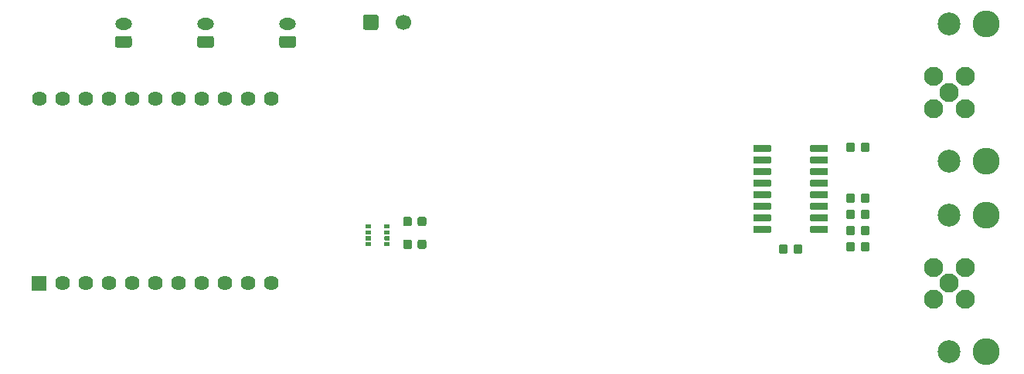
<source format=gts>
G04 #@! TF.GenerationSoftware,KiCad,Pcbnew,5.1.8-5.fc33*
G04 #@! TF.CreationDate,2020-12-26T17:09:15+01:00*
G04 #@! TF.ProjectId,mini-beieli-pcb-cubecell,6d696e69-2d62-4656-9965-6c692d706362,rev?*
G04 #@! TF.SameCoordinates,Original*
G04 #@! TF.FileFunction,Soldermask,Top*
G04 #@! TF.FilePolarity,Negative*
%FSLAX46Y46*%
G04 Gerber Fmt 4.6, Leading zero omitted, Abs format (unit mm)*
G04 Created by KiCad (PCBNEW 5.1.8-5.fc33) date 2020-12-26 17:09:15*
%MOMM*%
%LPD*%
G01*
G04 APERTURE LIST*
%ADD10O,1.850000X1.300000*%
%ADD11C,1.700000*%
%ADD12C,1.624000*%
%ADD13C,2.950000*%
%ADD14C,2.500000*%
%ADD15C,2.100000*%
G04 APERTURE END LIST*
D10*
X60000000Y-39000000D03*
G36*
G01*
X60654168Y-41650000D02*
X59345832Y-41650000D01*
G75*
G02*
X59075000Y-41379168I0J270832D01*
G01*
X59075000Y-40620832D01*
G75*
G02*
X59345832Y-40350000I270832J0D01*
G01*
X60654168Y-40350000D01*
G75*
G02*
X60925000Y-40620832I0J-270832D01*
G01*
X60925000Y-41379168D01*
G75*
G02*
X60654168Y-41650000I-270832J0D01*
G01*
G37*
X78000000Y-39000000D03*
G36*
G01*
X78654168Y-41650000D02*
X77345832Y-41650000D01*
G75*
G02*
X77075000Y-41379168I0J270832D01*
G01*
X77075000Y-40620832D01*
G75*
G02*
X77345832Y-40350000I270832J0D01*
G01*
X78654168Y-40350000D01*
G75*
G02*
X78925000Y-40620832I0J-270832D01*
G01*
X78925000Y-41379168D01*
G75*
G02*
X78654168Y-41650000I-270832J0D01*
G01*
G37*
G36*
G01*
X86250000Y-39439375D02*
X86250000Y-38270625D01*
G75*
G02*
X86515625Y-38005000I265625J0D01*
G01*
X87684375Y-38005000D01*
G75*
G02*
X87950000Y-38270625I0J-265625D01*
G01*
X87950000Y-39439375D01*
G75*
G02*
X87684375Y-39705000I-265625J0D01*
G01*
X86515625Y-39705000D01*
G75*
G02*
X86250000Y-39439375I0J265625D01*
G01*
G37*
D11*
X90700000Y-38855000D03*
D12*
X76178000Y-47215000D03*
X73638000Y-47215000D03*
X71098000Y-47215000D03*
X68558000Y-47215000D03*
X66018000Y-47215000D03*
X63478000Y-47215000D03*
X60938000Y-47215000D03*
X58398000Y-47215000D03*
X55858000Y-47215000D03*
X53318000Y-47215000D03*
X50778000Y-47215000D03*
X76178000Y-67515000D03*
X73638000Y-67515000D03*
X71098000Y-67515000D03*
X68558000Y-67515000D03*
X66018000Y-67515000D03*
X63478000Y-67515000D03*
X60938000Y-67515000D03*
X58398000Y-67495000D03*
X55858000Y-67495000D03*
X53318000Y-67495000D03*
G36*
G01*
X51540000Y-68307000D02*
X50016000Y-68307000D01*
G75*
G02*
X49966000Y-68257000I0J50000D01*
G01*
X49966000Y-66733000D01*
G75*
G02*
X50016000Y-66683000I50000J0D01*
G01*
X51540000Y-66683000D01*
G75*
G02*
X51590000Y-66733000I0J-50000D01*
G01*
X51590000Y-68257000D01*
G75*
G02*
X51540000Y-68307000I-50000J0D01*
G01*
G37*
D13*
X154495000Y-75015000D03*
D14*
X150495000Y-75015000D03*
D13*
X154495000Y-60015000D03*
D14*
X150495000Y-60015000D03*
D15*
X150495000Y-67515000D03*
X152265000Y-65745000D03*
X152265000Y-69285000D03*
X148725000Y-65745000D03*
X148725000Y-69285000D03*
G36*
G01*
X89177000Y-61096000D02*
X89177000Y-61446000D01*
G75*
G02*
X89127000Y-61496000I-50000J0D01*
G01*
X88627000Y-61496000D01*
G75*
G02*
X88577000Y-61446000I0J50000D01*
G01*
X88577000Y-61096000D01*
G75*
G02*
X88627000Y-61046000I50000J0D01*
G01*
X89127000Y-61046000D01*
G75*
G02*
X89177000Y-61096000I0J-50000D01*
G01*
G37*
G36*
G01*
X89177000Y-61746000D02*
X89177000Y-62096000D01*
G75*
G02*
X89127000Y-62146000I-50000J0D01*
G01*
X88627000Y-62146000D01*
G75*
G02*
X88577000Y-62096000I0J50000D01*
G01*
X88577000Y-61746000D01*
G75*
G02*
X88627000Y-61696000I50000J0D01*
G01*
X89127000Y-61696000D01*
G75*
G02*
X89177000Y-61746000I0J-50000D01*
G01*
G37*
G36*
G01*
X89177000Y-62396000D02*
X89177000Y-62746000D01*
G75*
G02*
X89127000Y-62796000I-50000J0D01*
G01*
X88627000Y-62796000D01*
G75*
G02*
X88577000Y-62746000I0J50000D01*
G01*
X88577000Y-62396000D01*
G75*
G02*
X88627000Y-62346000I50000J0D01*
G01*
X89127000Y-62346000D01*
G75*
G02*
X89177000Y-62396000I0J-50000D01*
G01*
G37*
G36*
G01*
X89177000Y-63046000D02*
X89177000Y-63396000D01*
G75*
G02*
X89127000Y-63446000I-50000J0D01*
G01*
X88627000Y-63446000D01*
G75*
G02*
X88577000Y-63396000I0J50000D01*
G01*
X88577000Y-63046000D01*
G75*
G02*
X88627000Y-62996000I50000J0D01*
G01*
X89127000Y-62996000D01*
G75*
G02*
X89177000Y-63046000I0J-50000D01*
G01*
G37*
G36*
G01*
X87127000Y-63046000D02*
X87127000Y-63396000D01*
G75*
G02*
X87077000Y-63446000I-50000J0D01*
G01*
X86577000Y-63446000D01*
G75*
G02*
X86527000Y-63396000I0J50000D01*
G01*
X86527000Y-63046000D01*
G75*
G02*
X86577000Y-62996000I50000J0D01*
G01*
X87077000Y-62996000D01*
G75*
G02*
X87127000Y-63046000I0J-50000D01*
G01*
G37*
G36*
G01*
X87127000Y-62396000D02*
X87127000Y-62746000D01*
G75*
G02*
X87077000Y-62796000I-50000J0D01*
G01*
X86577000Y-62796000D01*
G75*
G02*
X86527000Y-62746000I0J50000D01*
G01*
X86527000Y-62396000D01*
G75*
G02*
X86577000Y-62346000I50000J0D01*
G01*
X87077000Y-62346000D01*
G75*
G02*
X87127000Y-62396000I0J-50000D01*
G01*
G37*
G36*
G01*
X87127000Y-61746000D02*
X87127000Y-62096000D01*
G75*
G02*
X87077000Y-62146000I-50000J0D01*
G01*
X86577000Y-62146000D01*
G75*
G02*
X86527000Y-62096000I0J50000D01*
G01*
X86527000Y-61746000D01*
G75*
G02*
X86577000Y-61696000I50000J0D01*
G01*
X87077000Y-61696000D01*
G75*
G02*
X87127000Y-61746000I0J-50000D01*
G01*
G37*
G36*
G01*
X87127000Y-61096000D02*
X87127000Y-61446000D01*
G75*
G02*
X87077000Y-61496000I-50000J0D01*
G01*
X86577000Y-61496000D01*
G75*
G02*
X86527000Y-61446000I0J50000D01*
G01*
X86527000Y-61096000D01*
G75*
G02*
X86577000Y-61046000I50000J0D01*
G01*
X87077000Y-61046000D01*
G75*
G02*
X87127000Y-61096000I0J-50000D01*
G01*
G37*
G36*
G01*
X92216000Y-63513250D02*
X92216000Y-62950750D01*
G75*
G02*
X92459750Y-62707000I243750J0D01*
G01*
X92947250Y-62707000D01*
G75*
G02*
X93191000Y-62950750I0J-243750D01*
G01*
X93191000Y-63513250D01*
G75*
G02*
X92947250Y-63757000I-243750J0D01*
G01*
X92459750Y-63757000D01*
G75*
G02*
X92216000Y-63513250I0J243750D01*
G01*
G37*
G36*
G01*
X90641000Y-63513250D02*
X90641000Y-62950750D01*
G75*
G02*
X90884750Y-62707000I243750J0D01*
G01*
X91372250Y-62707000D01*
G75*
G02*
X91616000Y-62950750I0J-243750D01*
G01*
X91616000Y-63513250D01*
G75*
G02*
X91372250Y-63757000I-243750J0D01*
G01*
X90884750Y-63757000D01*
G75*
G02*
X90641000Y-63513250I0J243750D01*
G01*
G37*
G36*
G01*
X92216000Y-61003250D02*
X92216000Y-60440750D01*
G75*
G02*
X92459750Y-60197000I243750J0D01*
G01*
X92947250Y-60197000D01*
G75*
G02*
X93191000Y-60440750I0J-243750D01*
G01*
X93191000Y-61003250D01*
G75*
G02*
X92947250Y-61247000I-243750J0D01*
G01*
X92459750Y-61247000D01*
G75*
G02*
X92216000Y-61003250I0J243750D01*
G01*
G37*
G36*
G01*
X90641000Y-61003250D02*
X90641000Y-60440750D01*
G75*
G02*
X90884750Y-60197000I243750J0D01*
G01*
X91372250Y-60197000D01*
G75*
G02*
X91616000Y-60440750I0J-243750D01*
G01*
X91616000Y-61003250D01*
G75*
G02*
X91372250Y-61247000I-243750J0D01*
G01*
X90884750Y-61247000D01*
G75*
G02*
X90641000Y-61003250I0J243750D01*
G01*
G37*
G36*
G01*
X137151000Y-61275000D02*
X137151000Y-61915000D01*
G75*
G02*
X137101000Y-61965000I-50000J0D01*
G01*
X135301000Y-61965000D01*
G75*
G02*
X135251000Y-61915000I0J50000D01*
G01*
X135251000Y-61275000D01*
G75*
G02*
X135301000Y-61225000I50000J0D01*
G01*
X137101000Y-61225000D01*
G75*
G02*
X137151000Y-61275000I0J-50000D01*
G01*
G37*
G36*
G01*
X137151000Y-60005000D02*
X137151000Y-60645000D01*
G75*
G02*
X137101000Y-60695000I-50000J0D01*
G01*
X135301000Y-60695000D01*
G75*
G02*
X135251000Y-60645000I0J50000D01*
G01*
X135251000Y-60005000D01*
G75*
G02*
X135301000Y-59955000I50000J0D01*
G01*
X137101000Y-59955000D01*
G75*
G02*
X137151000Y-60005000I0J-50000D01*
G01*
G37*
G36*
G01*
X137151000Y-58735000D02*
X137151000Y-59375000D01*
G75*
G02*
X137101000Y-59425000I-50000J0D01*
G01*
X135301000Y-59425000D01*
G75*
G02*
X135251000Y-59375000I0J50000D01*
G01*
X135251000Y-58735000D01*
G75*
G02*
X135301000Y-58685000I50000J0D01*
G01*
X137101000Y-58685000D01*
G75*
G02*
X137151000Y-58735000I0J-50000D01*
G01*
G37*
G36*
G01*
X137151000Y-57465000D02*
X137151000Y-58105000D01*
G75*
G02*
X137101000Y-58155000I-50000J0D01*
G01*
X135301000Y-58155000D01*
G75*
G02*
X135251000Y-58105000I0J50000D01*
G01*
X135251000Y-57465000D01*
G75*
G02*
X135301000Y-57415000I50000J0D01*
G01*
X137101000Y-57415000D01*
G75*
G02*
X137151000Y-57465000I0J-50000D01*
G01*
G37*
G36*
G01*
X137151000Y-56195000D02*
X137151000Y-56835000D01*
G75*
G02*
X137101000Y-56885000I-50000J0D01*
G01*
X135301000Y-56885000D01*
G75*
G02*
X135251000Y-56835000I0J50000D01*
G01*
X135251000Y-56195000D01*
G75*
G02*
X135301000Y-56145000I50000J0D01*
G01*
X137101000Y-56145000D01*
G75*
G02*
X137151000Y-56195000I0J-50000D01*
G01*
G37*
G36*
G01*
X137151000Y-54925000D02*
X137151000Y-55565000D01*
G75*
G02*
X137101000Y-55615000I-50000J0D01*
G01*
X135301000Y-55615000D01*
G75*
G02*
X135251000Y-55565000I0J50000D01*
G01*
X135251000Y-54925000D01*
G75*
G02*
X135301000Y-54875000I50000J0D01*
G01*
X137101000Y-54875000D01*
G75*
G02*
X137151000Y-54925000I0J-50000D01*
G01*
G37*
G36*
G01*
X137151000Y-53655000D02*
X137151000Y-54295000D01*
G75*
G02*
X137101000Y-54345000I-50000J0D01*
G01*
X135301000Y-54345000D01*
G75*
G02*
X135251000Y-54295000I0J50000D01*
G01*
X135251000Y-53655000D01*
G75*
G02*
X135301000Y-53605000I50000J0D01*
G01*
X137101000Y-53605000D01*
G75*
G02*
X137151000Y-53655000I0J-50000D01*
G01*
G37*
G36*
G01*
X137151000Y-52385000D02*
X137151000Y-53025000D01*
G75*
G02*
X137101000Y-53075000I-50000J0D01*
G01*
X135301000Y-53075000D01*
G75*
G02*
X135251000Y-53025000I0J50000D01*
G01*
X135251000Y-52385000D01*
G75*
G02*
X135301000Y-52335000I50000J0D01*
G01*
X137101000Y-52335000D01*
G75*
G02*
X137151000Y-52385000I0J-50000D01*
G01*
G37*
G36*
G01*
X130941000Y-52385000D02*
X130941000Y-53025000D01*
G75*
G02*
X130891000Y-53075000I-50000J0D01*
G01*
X129091000Y-53075000D01*
G75*
G02*
X129041000Y-53025000I0J50000D01*
G01*
X129041000Y-52385000D01*
G75*
G02*
X129091000Y-52335000I50000J0D01*
G01*
X130891000Y-52335000D01*
G75*
G02*
X130941000Y-52385000I0J-50000D01*
G01*
G37*
G36*
G01*
X130941000Y-53655000D02*
X130941000Y-54295000D01*
G75*
G02*
X130891000Y-54345000I-50000J0D01*
G01*
X129091000Y-54345000D01*
G75*
G02*
X129041000Y-54295000I0J50000D01*
G01*
X129041000Y-53655000D01*
G75*
G02*
X129091000Y-53605000I50000J0D01*
G01*
X130891000Y-53605000D01*
G75*
G02*
X130941000Y-53655000I0J-50000D01*
G01*
G37*
G36*
G01*
X130941000Y-54925000D02*
X130941000Y-55565000D01*
G75*
G02*
X130891000Y-55615000I-50000J0D01*
G01*
X129091000Y-55615000D01*
G75*
G02*
X129041000Y-55565000I0J50000D01*
G01*
X129041000Y-54925000D01*
G75*
G02*
X129091000Y-54875000I50000J0D01*
G01*
X130891000Y-54875000D01*
G75*
G02*
X130941000Y-54925000I0J-50000D01*
G01*
G37*
G36*
G01*
X130941000Y-56195000D02*
X130941000Y-56835000D01*
G75*
G02*
X130891000Y-56885000I-50000J0D01*
G01*
X129091000Y-56885000D01*
G75*
G02*
X129041000Y-56835000I0J50000D01*
G01*
X129041000Y-56195000D01*
G75*
G02*
X129091000Y-56145000I50000J0D01*
G01*
X130891000Y-56145000D01*
G75*
G02*
X130941000Y-56195000I0J-50000D01*
G01*
G37*
G36*
G01*
X130941000Y-57465000D02*
X130941000Y-58105000D01*
G75*
G02*
X130891000Y-58155000I-50000J0D01*
G01*
X129091000Y-58155000D01*
G75*
G02*
X129041000Y-58105000I0J50000D01*
G01*
X129041000Y-57465000D01*
G75*
G02*
X129091000Y-57415000I50000J0D01*
G01*
X130891000Y-57415000D01*
G75*
G02*
X130941000Y-57465000I0J-50000D01*
G01*
G37*
G36*
G01*
X130941000Y-58735000D02*
X130941000Y-59375000D01*
G75*
G02*
X130891000Y-59425000I-50000J0D01*
G01*
X129091000Y-59425000D01*
G75*
G02*
X129041000Y-59375000I0J50000D01*
G01*
X129041000Y-58735000D01*
G75*
G02*
X129091000Y-58685000I50000J0D01*
G01*
X130891000Y-58685000D01*
G75*
G02*
X130941000Y-58735000I0J-50000D01*
G01*
G37*
G36*
G01*
X130941000Y-60005000D02*
X130941000Y-60645000D01*
G75*
G02*
X130891000Y-60695000I-50000J0D01*
G01*
X129091000Y-60695000D01*
G75*
G02*
X129041000Y-60645000I0J50000D01*
G01*
X129041000Y-60005000D01*
G75*
G02*
X129091000Y-59955000I50000J0D01*
G01*
X130891000Y-59955000D01*
G75*
G02*
X130941000Y-60005000I0J-50000D01*
G01*
G37*
G36*
G01*
X130941000Y-61275000D02*
X130941000Y-61915000D01*
G75*
G02*
X130891000Y-61965000I-50000J0D01*
G01*
X129091000Y-61965000D01*
G75*
G02*
X129041000Y-61915000I0J50000D01*
G01*
X129041000Y-61275000D01*
G75*
G02*
X129091000Y-61225000I50000J0D01*
G01*
X130891000Y-61225000D01*
G75*
G02*
X130941000Y-61275000I0J-50000D01*
G01*
G37*
D10*
X69000000Y-39000000D03*
G36*
G01*
X69654168Y-41650000D02*
X68345832Y-41650000D01*
G75*
G02*
X68075000Y-41379168I0J270832D01*
G01*
X68075000Y-40620832D01*
G75*
G02*
X68345832Y-40350000I270832J0D01*
G01*
X69654168Y-40350000D01*
G75*
G02*
X69925000Y-40620832I0J-270832D01*
G01*
X69925000Y-41379168D01*
G75*
G02*
X69654168Y-41650000I-270832J0D01*
G01*
G37*
G36*
G01*
X140762000Y-58447250D02*
X140762000Y-57884750D01*
G75*
G02*
X141005750Y-57641000I243750J0D01*
G01*
X141493250Y-57641000D01*
G75*
G02*
X141737000Y-57884750I0J-243750D01*
G01*
X141737000Y-58447250D01*
G75*
G02*
X141493250Y-58691000I-243750J0D01*
G01*
X141005750Y-58691000D01*
G75*
G02*
X140762000Y-58447250I0J243750D01*
G01*
G37*
G36*
G01*
X139187000Y-58447250D02*
X139187000Y-57884750D01*
G75*
G02*
X139430750Y-57641000I243750J0D01*
G01*
X139918250Y-57641000D01*
G75*
G02*
X140162000Y-57884750I0J-243750D01*
G01*
X140162000Y-58447250D01*
G75*
G02*
X139918250Y-58691000I-243750J0D01*
G01*
X139430750Y-58691000D01*
G75*
G02*
X139187000Y-58447250I0J243750D01*
G01*
G37*
G36*
G01*
X140762000Y-62003250D02*
X140762000Y-61440750D01*
G75*
G02*
X141005750Y-61197000I243750J0D01*
G01*
X141493250Y-61197000D01*
G75*
G02*
X141737000Y-61440750I0J-243750D01*
G01*
X141737000Y-62003250D01*
G75*
G02*
X141493250Y-62247000I-243750J0D01*
G01*
X141005750Y-62247000D01*
G75*
G02*
X140762000Y-62003250I0J243750D01*
G01*
G37*
G36*
G01*
X139187000Y-62003250D02*
X139187000Y-61440750D01*
G75*
G02*
X139430750Y-61197000I243750J0D01*
G01*
X139918250Y-61197000D01*
G75*
G02*
X140162000Y-61440750I0J-243750D01*
G01*
X140162000Y-62003250D01*
G75*
G02*
X139918250Y-62247000I-243750J0D01*
G01*
X139430750Y-62247000D01*
G75*
G02*
X139187000Y-62003250I0J243750D01*
G01*
G37*
D13*
X154495000Y-54060000D03*
D14*
X150495000Y-54060000D03*
D13*
X154495000Y-39060000D03*
D14*
X150495000Y-39060000D03*
D15*
X150495000Y-46560000D03*
X152265000Y-44790000D03*
X152265000Y-48330000D03*
X148725000Y-44790000D03*
X148725000Y-48330000D03*
G36*
G01*
X140762000Y-52859250D02*
X140762000Y-52296750D01*
G75*
G02*
X141005750Y-52053000I243750J0D01*
G01*
X141493250Y-52053000D01*
G75*
G02*
X141737000Y-52296750I0J-243750D01*
G01*
X141737000Y-52859250D01*
G75*
G02*
X141493250Y-53103000I-243750J0D01*
G01*
X141005750Y-53103000D01*
G75*
G02*
X140762000Y-52859250I0J243750D01*
G01*
G37*
G36*
G01*
X139187000Y-52859250D02*
X139187000Y-52296750D01*
G75*
G02*
X139430750Y-52053000I243750J0D01*
G01*
X139918250Y-52053000D01*
G75*
G02*
X140162000Y-52296750I0J-243750D01*
G01*
X140162000Y-52859250D01*
G75*
G02*
X139918250Y-53103000I-243750J0D01*
G01*
X139430750Y-53103000D01*
G75*
G02*
X139187000Y-52859250I0J243750D01*
G01*
G37*
G36*
G01*
X140762000Y-60225250D02*
X140762000Y-59662750D01*
G75*
G02*
X141005750Y-59419000I243750J0D01*
G01*
X141493250Y-59419000D01*
G75*
G02*
X141737000Y-59662750I0J-243750D01*
G01*
X141737000Y-60225250D01*
G75*
G02*
X141493250Y-60469000I-243750J0D01*
G01*
X141005750Y-60469000D01*
G75*
G02*
X140762000Y-60225250I0J243750D01*
G01*
G37*
G36*
G01*
X139187000Y-60225250D02*
X139187000Y-59662750D01*
G75*
G02*
X139430750Y-59419000I243750J0D01*
G01*
X139918250Y-59419000D01*
G75*
G02*
X140162000Y-59662750I0J-243750D01*
G01*
X140162000Y-60225250D01*
G75*
G02*
X139918250Y-60469000I-243750J0D01*
G01*
X139430750Y-60469000D01*
G75*
G02*
X139187000Y-60225250I0J243750D01*
G01*
G37*
G36*
G01*
X133396000Y-64035250D02*
X133396000Y-63472750D01*
G75*
G02*
X133639750Y-63229000I243750J0D01*
G01*
X134127250Y-63229000D01*
G75*
G02*
X134371000Y-63472750I0J-243750D01*
G01*
X134371000Y-64035250D01*
G75*
G02*
X134127250Y-64279000I-243750J0D01*
G01*
X133639750Y-64279000D01*
G75*
G02*
X133396000Y-64035250I0J243750D01*
G01*
G37*
G36*
G01*
X131821000Y-64035250D02*
X131821000Y-63472750D01*
G75*
G02*
X132064750Y-63229000I243750J0D01*
G01*
X132552250Y-63229000D01*
G75*
G02*
X132796000Y-63472750I0J-243750D01*
G01*
X132796000Y-64035250D01*
G75*
G02*
X132552250Y-64279000I-243750J0D01*
G01*
X132064750Y-64279000D01*
G75*
G02*
X131821000Y-64035250I0J243750D01*
G01*
G37*
G36*
G01*
X140762000Y-63781250D02*
X140762000Y-63218750D01*
G75*
G02*
X141005750Y-62975000I243750J0D01*
G01*
X141493250Y-62975000D01*
G75*
G02*
X141737000Y-63218750I0J-243750D01*
G01*
X141737000Y-63781250D01*
G75*
G02*
X141493250Y-64025000I-243750J0D01*
G01*
X141005750Y-64025000D01*
G75*
G02*
X140762000Y-63781250I0J243750D01*
G01*
G37*
G36*
G01*
X139187000Y-63781250D02*
X139187000Y-63218750D01*
G75*
G02*
X139430750Y-62975000I243750J0D01*
G01*
X139918250Y-62975000D01*
G75*
G02*
X140162000Y-63218750I0J-243750D01*
G01*
X140162000Y-63781250D01*
G75*
G02*
X139918250Y-64025000I-243750J0D01*
G01*
X139430750Y-64025000D01*
G75*
G02*
X139187000Y-63781250I0J243750D01*
G01*
G37*
M02*

</source>
